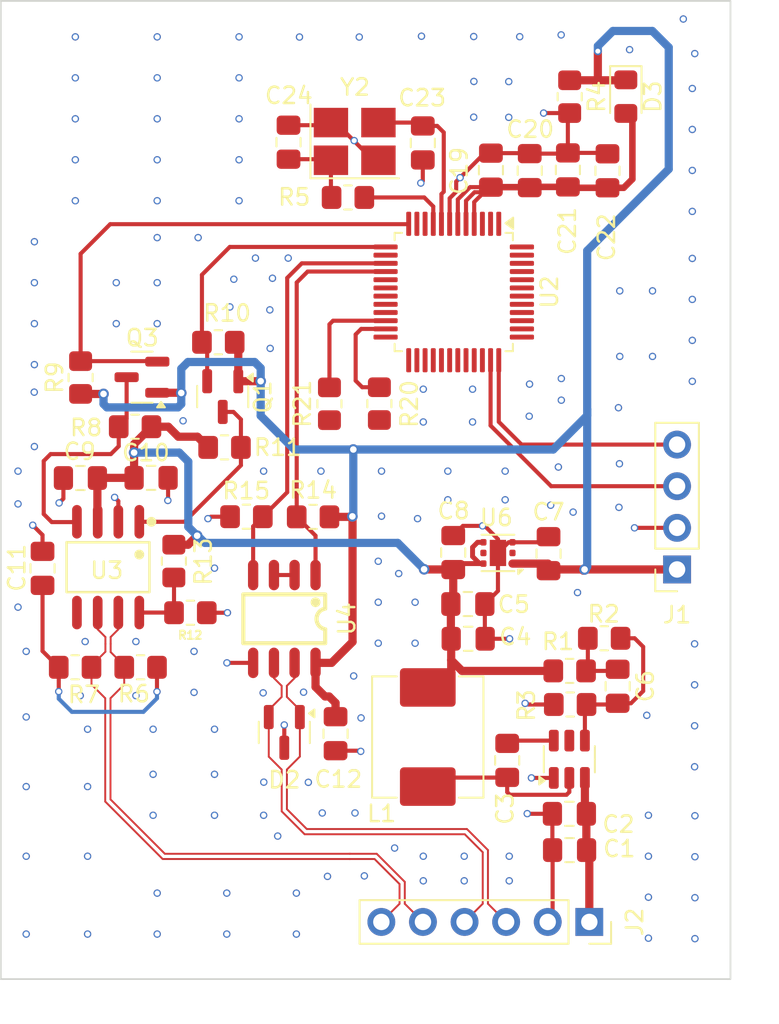
<source format=kicad_pcb>
(kicad_pcb (version 20240108) (generator "pcbnew") (generator_version "8.0")
  (title_block (title "PCB CANBUS CONVERTER") (date "2025-02-21"))
  (layers (0 "F.Cu" signal) (1 "In1.Cu" signal) (2 "In2.Cu" signal) (31 "B.Cu" signal) (34 "B.Paste" user) (35 "F.Paste" user) (36 "B.SilkS" user "B.Silkscreen") (37 "F.SilkS" user "F.Silkscreen") (38 "B.Mask" user) (39 "F.Mask" user) (44 "Edge.Cuts" user))
  (net 0 "")
  (net 1 "VIN")
  (net 2 "Net-(U1-BOOT)")
  (net 3 "Net-(U1-SW)")
  (net 4 "+5V")
  (net 5 "Net-(U1-FB)")
  (net 6 "Net-(C6-Pad1)")
  (net 7 "+3.3V")
  (net 8 "Net-(C11-Pad1)")
  (net 9 "/TX MCU")
  (net 10 "/TX CAN")
  (net 11 "/RX MCU")
  (net 12 "/RX CAN")
  (net 13 "Net-(U3-STB)")
  (net 14 "/RS485 RXD")
  (net 15 "/RS485 TXD")
  (net 16 "/I2C SDA")
  (net 17 "/I2C SCL")
  (net 19 "/ RS485 EN")
  (net 20 "/SWCLK")
  (net 21 "/SWDIO")
  (net 24 "GND")
  (net 25 "/RS485-")
  (net 26 "/RS485+")
  (net 27 "/CAN-")
  (net 28 "/CAN+")
  (net 30 "Net-(D3-A)")
  (net 31 "Net-(U2-PF0)")
  (net 32 "Net-(C24-Pad2)")
  (net 33 "Net-(U2-PF1)")
  (footprint "Capacitor_SMD:C_0805_2012Metric_Pad1.18x1.45mm_HandSolder" (layer "F.Cu") (at 92.1275 56.91)
    (property "Reference" "C10")
    (property "Value" "10µF")
  )
  (footprint "Resistor_SMD:R_0805_2012Metric_Pad1.20x1.40mm_HandSolder" (layer "F.Cu") (at 106.07 52.38 90)
    (property "Reference" "R20")
    (property "Value" "10K")
  )
  (footprint "Resistor_SMD:R_0805_2012Metric_Pad1.20x1.40mm_HandSolder" (layer "F.Cu") (at 97.95 59.28 180)
    (property "Reference" "R15")
    (property "Value" "10Ω")
  )
  (footprint "TPT485E-SO1R:SOP-8_L4.9-W3.9-P1.27-LS6.0-BL" (layer "F.Cu") (at 100.26 65.52 180)
    (property "Reference" "U4")
    (property "Value" "TPT485E-SO1R")
  )
  (footprint "TJA1044T:SOIC-8_L4.9-W3.9-P1.27-LS6.0-BL" (layer "F.Cu") (at 89.4975 62.36 180)
    (property "Reference" "U3")
    (property "Value" "TJA1044T/1Z")
  )
  (footprint "Resistor_SMD:R_0805_2012Metric_Pad1.20x1.40mm_HandSolder" (layer "F.Cu") (at 117.72 70.74 180)
    (property "Reference" "R3")
    (property "Value" "13.3KΩ")
  )
  (footprint "Capacitor_SMD:C_0805_2012Metric_Pad1.18x1.45mm_HandSolder" (layer "F.Cu") (at 113.875 74.15 -90)
    (property "Reference" "C3")
    (property "Value" "0.1µF")
  )
  (footprint "Resistor_SMD:R_0805_2012Metric_Pad1.20x1.40mm_HandSolder" (layer "F.Cu") (at 87.4875 68.47)
    (property "Reference" "R7")
    (property "Value" "60Ω")
  )
  (footprint "Capacitor_SMD:C_0805_2012Metric_Pad1.18x1.45mm_HandSolder" (layer "F.Cu") (at 117.6855 79.626 180)
    (property "Reference" "C1")
    (property "Value" "10µF")
  )
  (footprint "Resistor_SMD:R_0805_2012Metric_Pad1.20x1.40mm_HandSolder" (layer "F.Cu") (at 103.02 52.39 90)
    (property "Reference" "R21")
    (property "Value" "10K")
  )
  (footprint "Capacitor_SMD:C_0805_2012Metric_Pad1.18x1.45mm_HandSolder" (layer "F.Cu") (at 111.4725 64.61)
    (property "Reference" "C5")
    (property "Value" "22µF")
  )
  (footprint "Package_TO_SOT_SMD:SOT-23" (layer "F.Cu") (at 91.57 50.7675 180)
    (property "Reference" "Q3")
    (property "Value" "BSS138")
  )
  (footprint "Capacitor_SMD:C_0805_2012Metric_Pad1.18x1.45mm_HandSolder" (layer "F.Cu") (at 85.4975 62.4325 90)
    (property "Reference" "C11")
    (property "Value" "4.7nF")
  )
  (footprint "Capacitor_SMD:C_0805_2012Metric_Pad1.18x1.45mm_HandSolder" (layer "F.Cu") (at 120.62 69.6275 -90)
    (property "Reference" "C6")
    (property "Value" "75pF")
  )
  (footprint "LED_SMD:LED_0805_2012Metric_Pad1.15x1.40mm_HandSolder" (layer "F.Cu") (at 121.12 33.6475 -90)
    (property "Reference" "D3")
    (property "Value" "LED")
  )
  (footprint "Capacitor_SMD:C_0805_2012Metric_Pad1.18x1.45mm_HandSolder" (layer "F.Cu") (at 116.4 61.5375 -90)
    (property "Reference" "C7")
    (property "Value" "1µF")
  )
  (footprint "Resistor_SMD:R_0805_2012Metric_Pad1.20x1.40mm_HandSolder" (layer "F.Cu") (at 117.69 33.65 -90)
    (property "Reference" "R4")
    (property "Value" "220Ω")
  )
  (footprint "Resistor_SMD:R_0805_2012Metric_Pad1.20x1.40mm_HandSolder" (layer "F.Cu") (at 91.15 53.79 180)
    (property "Reference" "R8")
    (property "Value" "10K")
  )
  (footprint "Resistor_SMD:R_0805_2012Metric_Pad1.20x1.40mm_HandSolder" (layer "F.Cu") (at 117.69 68.69)
    (property "Reference" "R1")
    (property "Value" "49.9Ω")
  )
  (footprint "Capacitor_SMD:C_0805_2012Metric_Pad1.18x1.45mm_HandSolder" (layer "F.Cu") (at 108.72 36.4725 90)
    (property "Reference" "C23")
    (property "Value" "14pF")
  )
  (footprint "Capacitor_SMD:C_0805_2012Metric_Pad1.18x1.45mm_HandSolder" (layer "F.Cu") (at 100.52 36.4275 -90)
    (property "Reference" "C24")
    (property "Value" "14pF")
  )
  (footprint "Resistor_SMD:R_0805_2012Metric_Pad1.20x1.40mm_HandSolder" (layer "F.Cu") (at 91.4875 68.47)
    (property "Reference" "R6")
    (property "Value" "60Ω")
  )
  (footprint "Resistor_SMD:R_0805_2012Metric_Pad1.20x1.40mm_HandSolder" (layer "F.Cu") (at 96.2325 48.6375 180)
    (property "Reference" "R10")
    (property "Value" "10K")
  )
  (footprint "Package_TO_SOT_SMD:SOT-23-6" (layer "F.Cu") (at 117.67 74.0825 90)
    (property "Reference" "U1" (hide yes))
    (property "Value" "TPS54302")
  )
  (footprint "Connector_PinSocket_2.54mm:PinSocket_1x06_P2.54mm_Vertical" (layer "F.Cu") (at 118.89 84.01 -90)
    (property "Reference" "J2")
    (property "Value" "Conn_01x06_Pin")
  )
  (footprint "Capacitor_SMD:C_0805_2012Metric_Pad1.18x1.45mm_HandSolder" (layer "F.Cu") (at 117.58 38.1175 90)
    (property "Reference" "C21")
    (property "Value" "4.7µF")
  )
  (footprint "Resistor_SMD:R_0805_2012Metric_Pad1.20x1.40mm_HandSolder" (layer "F.Cu") (at 93.5175 61.99 -90)
    (property "Reference" "R13")
    (property "Value" "0")
  )
  (footprint "Capacitor_SMD:C_0805_2012Metric_Pad1.18x1.45mm_HandSolder" (layer "F.Cu") (at 110.58 61.47 90)
    (property "Reference" "C8")
    (property "Value" "1µF")
  )
  (footprint "Resistor_SMD:R_0805_2012Metric_Pad1.20x1.40mm_HandSolder" (layer "F.Cu") (at 96.6125 55.0525)
    (property "Reference" "R11")
    (property "Value" "10K")
  )
  (footprint "Resistor_SMD:R_0805_2012Metric_Pad1.20x1.40mm_HandSolder" (layer "F.Cu") (at 104.15 39.8)
    (property "Reference" "R5")
    (property "Value" "0Ω")
  )
  (footprint "Package_TO_SOT_SMD:SOT-23" (layer "F.Cu") (at 100.2625 72.445 -90)
    (property "Reference" "D2")
    (property "Value" "SM712_SOT23")
  )
  (footprint "Crystal:Crystal_SMD_3225-4Pin_3.2x2.5mm_HandSoldering" (layer "F.Cu") (at 104.56 36.38)
    (property "Reference" "Y2")
    (property "Value" "16MHz")
  )
  (footprint "Resistor_SMD:R_0805_2012Metric_Pad1.20x1.40mm_HandSolder" (layer "F.Cu") (at 87.8225 50.7875 90)
    (property "Reference" "R9")
    (property "Value" "10K")
  )
  (footprint "Capacitor_SMD:C_0805_2012Metric_Pad1.18x1.45mm_HandSolder" (layer "F.Cu") (at 103.3925 72.5225 90)
    (property "Reference" "C12")
    (property "Value" "0.1µF")
  )
  (footprint "Resistor_SMD:R_0805_2012Metric_Pad1.20x1.40mm_HandSolder" (layer "F.Cu") (at 94.5275 65.14 180)
    (property "Reference" "R12")
    (property "Value" "10K")
  )
  (footprint "Resistor_SMD:R_0805_2012Metric_Pad1.20x1.40mm_HandSolder" (layer "F.Cu") (at 119.8 66.7)
    (property "Reference" "R2")
    (property "Value" "100KΩ")
  )
  (footprint "Capacitor_SMD:C_0805_2012Metric_Pad1.18x1.45mm_HandSolder" (layer "F.Cu") (at 117.6725 77.41 180)
    (property "Reference" "C2")
    (property "Value" "0.1µF")
  )
  (footprint "Package_TO_SOT_SMD:SOT-23" (layer "F.Cu") (at 96.5025 51.95 -90)
    (property "Reference" "Q1")
    (property "Value" "BSS138")
  )
  (footprint "Inductor_SMD:L_Abracon_ASPI-0630LR" (layer "F.Cu") (at 109.025 72.725 90)
    (property "Reference" "L1")
    (property "Value" "10µH")
  )
  (footprint "Capacitor_SMD:C_0805_2012Metric_Pad1.18x1.45mm_HandSolder" (layer "F.Cu") (at 87.81 56.92 180)
    (property "Reference" "C9")
    (property "Value" "10µF")
  )
  (footprint "Capacitor_SMD:C_0805_2012Metric_Pad1.18x1.45mm_HandSolder" (layer "F.Cu") (at 111.4925 66.73)
    (property "Reference" "C4")
    (property "Value" "22µF")
  )
  (footprint "Capacitor_SMD:C_0805_2012Metric_Pad1.18x1.45mm_HandSolder" (layer "F.Cu") (at 115.25 38.1625 90)
    (property "Reference" "C20")
    (property "Value" "0.1µF")
  )
  (footprint "Capacitor_SMD:C_0805_2012Metric_Pad1.18x1.45mm_HandSolder" (layer "F.Cu") (at 112.88 38.1325 90)
    (property "Reference" "C19")
    (property "Value" "1µF")
  )
  (footprint "Resistor_SMD:R_0805_2012Metric_Pad1.20x1.40mm_HandSolder" (layer "F.Cu") (at 102.02 59.29 180)
    (property "Reference" "R14")
    (property "Value" "10Ω")
  )
  (footprint "Package_QFP:LQFP-48_7x7mm_P0.5mm" (layer "F.Cu") (at 110.61 45.57 -90)
    (property "Reference" "U2")
    (property "Value" "STM32G0B1CBTx")
  )
  (footprint "Connector_PinSocket_2.54mm:PinSocket_1x04_P2.54mm_Vertical" (layer "F.Cu") (at 124.25 62.5 180)
    (property "Reference" "J1")
    (property "Value" "Conn_01x04_Pin")
  )
  (footprint "Capacitor_SMD:C_0805_2012Metric_Pad1.18x1.45mm_HandSolder" (layer "F.Cu") (at 120 38.1725 90)
    (property "Reference" "C22")
    (property "Value" "0.1µF")
  )
  (footprint "Package_SON:WSON-6-1EP_2x2mm_P0.65mm_EP1x1.6mm" (layer "F.Cu") (at 113.31 61.4925 180)
    (property "Reference" "U6")
    (property "Value" "TLV75733PDRVR" (hide yes))
  )
  (gr_rect (start 82.95 27.8075) (end 127.51 87.4975) (stroke (width 0.1)) (fill none) (layer "Edge.Cuts"))
  (segment (start 118.89 79.793) (end 118.723 79.626) (width 0.5) (layer "F.Cu") (net 1))
  (segment (start 118.89 84.01) (end 118.89 79.793) (width 0.5) (layer "F.Cu") (net 1))
  (segment (start 118.71 79.613) (end 118.723 79.626) (width 0.5) (layer "F.Cu") (net 1))
  (segment (start 118.62 77.32) (end 118.71 77.41) (width 0.5) (layer "F.Cu") (net 1))
  (segment (start 118.71 77.41) (end 118.71 79.613) (width 0.5) (layer "F.Cu") (net 1))
  (segment (start 118.62 75.22) (end 118.62 77.32) (width 0.5) (layer "F.Cu") (net 1))
  (segment (start 116.72 72.945) (end 114.0425 72.945) (width 0.25) (layer "F.Cu") (net 2))
  (segment (start 114.0425 72.945) (end 113.875 73.1125) (width 0.25) (layer "F.Cu") (net 2))
  (segment (start 113.875 76.085) (end 114.04 76.25) (width 0.25) (layer "F.Cu") (net 3))
  (segment (start 117.67 76.08) (end 117.67 75.22) (width 0.25) (layer "F.Cu") (net 3))
  (segment (start 113.8625 75.2) (end 113.875 75.1875) (width 0.25) (layer "F.Cu") (net 3))
  (segment (start 109.49 75.7225) (end 110.0125 75.2) (width 0.25) (layer "F.Cu") (net 3))
  (segment (start 114.04 76.25) (end 117.5 76.25) (width 0.25) (layer "F.Cu") (net 3))
  (segment (start 110.0125 75.2) (end 113.8625 75.2) (width 0.25) (layer "F.Cu") (net 3))
  (segment (start 117.5 76.25) (end 117.67 76.08) (width 0.25) (layer "F.Cu") (net 3))
  (segment (start 113.875 75.1875) (end 113.875 76.085) (width 0.25) (layer "F.Cu") (net 3))
  (segment (start 93.18 53.79) (end 93.79 54.4) (width 0.5) (layer "F.Cu") (net 4))
  (segment (start 88.8475 59.57) (end 88.8675 59.59) (width 0.5) (layer "F.Cu") (net 4))
  (segment (start 91.09 55.37) (end 91.09 54.85) (width 0.5) (layer "F.Cu") (net 4))
  (segment (start 112.4225 60.8425) (end 112.0675 60.8425) (width 0.3) (layer "F.Cu") (net 4))
  (segment (start 93.5175 60.99) (end 94.39 60.99) (width 0.5) (layer "F.Cu") (net 4))
  (segment (start 110.58 62.5075) (end 110.5725 62.5) (width 0.3) (layer "F.Cu") (net 4))
  (segment (start 110.5725 62.5) (end 108.77 62.5) (width 0.5) (layer "F.Cu") (net 4))
  (segment (start 110.435 66.71) (end 110.455 66.73) (width 0.4) (layer "F.Cu") (net 4))
  (segment (start 94.39 60.99) (end 94.94 60.44) (width 0.5) (layer "F.Cu") (net 4))
  (segment (start 110.435 64.61) (end 110.435 66.71) (width 0.5) (layer "F.Cu") (net 4))
  (segment (start 112.0675 60.8425) (end 111.76 61.15) (width 0.3) (layer "F.Cu") (net 4))
  (segment (start 92.15 53.79) (end 93.18 53.79) (width 0.5) (layer "F.Cu") (net 4))
  (segment (start 110.455 68.0325) (end 110.455 68.7075) (width 0.5) (layer "F.Cu") (net 4))
  (segment (start 110.945 62.1425) (end 110.58 62.5075) (width 0.3) (layer "F.Cu") (net 4))
  (segment (start 91.09 56.91) (end 91.09 55.37) (width 0.5) (layer "F.Cu") (net 4))
  (segment (start 111.77 62.1425) (end 110.945 62.1425) (width 0.3) (layer "F.Cu") (net 4))
  (segment (start 110.455 68.0325) (end 111.1125 68.69) (width 0.5) (layer "F.Cu") (net 4))
  (segment (start 91.09 56.91) (end 88.8575 56.91) (width 0.5) (layer "F.Cu") (net 4))
  (segment (start 111.1125 68.69) (end 116.69 68.69) (width 0.5) (layer "F.Cu") (net 4))
  (segment (start 91.09 54.85) (end 92.15 53.79) (width 0.5) (layer "F.Cu") (net 4))
  (segment (start 111.76 61.71) (end 112.1925 62.1425) (width 0.3) (layer "F.Cu") (net 4))
  (segment (start 110.58 62.5075) (end 110.58 64.465) (width 0.5) (layer "F.Cu") (net 4))
  (segment (start 111.76 61.15) (end 111.76 61.71) (width 0.3) (layer "F.Cu") (net 4))
  (segment (start 88.8575 56.91) (end 88.8475 56.92) (width 0.5) (layer "F.Cu") (net 4))
  (segment (start 93.79 54.4) (end 94.96 54.4) (width 0.5) (layer "F.Cu") (net 4))
  (segment (start 110.455 68.7075) (end 109.49 69.6725) (width 0.5) (layer "F.Cu") (net 4))
  (segment (start 110.58 64.465) (end 110.435 64.61) (width 0.4) (layer "F.Cu") (net 4))
  (segment (start 88.8475 56.92) (end 88.8475 59.57) (width 0.5) (layer "F.Cu") (net 4))
  (segment (start 112.4225 62.1425) (end 111.77 62.1425) (width 0.3) (layer "F.Cu") (net 4))
  (segment (start 110.455 66.73) (end 110.455 68.0325) (width 0.5) (layer "F.Cu") (net 4))
  (segment (start 112.1925 62.1425) (end 112.4225 62.1425) (width 0.3) (layer "F.Cu") (net 4))
  (segment (start 94.96 54.4) (end 95.6125 55.0525) (width 0.5) (layer "F.Cu") (net 4))
  (via (at 94.94 60.44) (size 0.65) (drill 0.4) (layers "F.Cu" "B.Cu") (net 4))
  (via (at 108.8 62.49) (size 0.65) (drill 0.4) (layers "F.Cu" "B.Cu") (net 4))
  (via (at 91.09 55.37) (size 0.65) (drill 0.4) (layers "F.Cu" "B.Cu") (net 4))
  (segment (start 107.19 60.88) (end 108.8 62.49) (width 0.5) (layer "B.Cu") (net 4))
  (segment (start 93.85 55.37) (end 91.09 55.37) (width 0.5) (layer "B.Cu") (net 4))
  (segment (start 94.4 59.9) (end 94.4 55.92) (width 0.5) (layer "B.Cu") (net 4))
  (segment (start 94.97 60.44) (end 95.41 60.88) (width 0.5) (layer "B.Cu") (net 4))
  (segment (start 94.4 55.92) (end 93.85 55.37) (width 0.5) (layer "B.Cu") (net 4))
  (segment (start 95.41 60.88) (end 107.19 60.88) (width 0.5) (layer "B.Cu") (net 4))
  (segment (start 94.94 60.44) (end 94.4 59.9) (width 0.5) (layer "B.Cu") (net 4))
  (segment (start 94.94 60.44) (end 94.97 60.44) (width 0.5) (layer "B.Cu") (net 4))
  (segment (start 118.63 72.935) (end 118.62 72.945) (width 0.25) (layer "F.Cu") (net 5))
  (segment (start 121.435 70.665) (end 120.62 70.665) (width 0.25) (layer "F.Cu") (net 5))
  (segment (start 120.545 70.74) (end 120.62 70.665) (width 0.25) (layer "F.Cu") (net 5))
  (segment (start 118.62 72.945) (end 118.62 70.84) (width 0.25) (layer "F.Cu") (net 5))
  (segment (start 122.18 67.22) (end 122.18 69.92) (width 0.25) (layer "F.Cu") (net 5))
  (segment (start 118.72 70.74) (end 120.545 70.74) (width 0.25) (layer "F.Cu") (net 5))
  (segment (start 118.7 70.72) (end 118.72 70.74) (width 0.25) (layer "F.Cu") (net 5))
  (segment (start 121.66 66.7) (end 122.18 67.22) (width 0.25) (layer "F.Cu") (net 5))
  (segment (start 122.18 69.92) (end 121.435 70.665) (width 0.25) (layer "F.Cu") (net 5))
  (segment (start 118.62 70.84) (end 118.72 70.74) (width 0.25) (layer "F.Cu") (net 5))
  (segment (start 120.8 66.7) (end 121.66 66.7) (width 0.25) (layer "F.Cu") (net 5))
  (segment (start 118.8 68.58) (end 118.69 68.69) (width 0.25) (layer "F.Cu") (net 6))
  (segment (start 118.69 68.69) (end 120.52 68.69) (width 0.25) (layer "F.Cu") (net 6))
  (segment (start 120.52 68.69) (end 120.62 68.59) (width 0.25) (layer "F.Cu") (net 6))
  (segment (start 118.8 66.7) (end 118.8 68.58) (width 0.25) (layer "F.Cu") (net 6))
  (segment (start 116.8775 62.5) (end 116.8 62.5775) (width 0.5) (layer "F.Cu") (net 7))
  (segment (start 102.75 70.25) (end 103 70.25) (width 0.5) (layer "F.Cu") (net 7))
  (segment (start 116.365 62.1425) (end 114.1975 62.1425) (width 0.5) (layer "F.Cu") (net 7))
  (segment (start 104.43 59.27) (end 104.42 59.26) (width 0.5) (layer "F.Cu") (net 7))
  (segment (start 102.75 70.25) (end 102.17 69.67) (width 0.5) (layer "F.Cu") (net 7))
  (segment (start 116.8 62.5775) (end 116.365 62.1425) (width 0.5) (layer "F.Cu") (net 7))
  (segment (start 98.7975 51.0125) (end 98.8 51.01) (width 0.25) (layer "F.Cu") (net 7))
  (segment (start 102.17 69.67) (end 102.17 68.2) (width 0.5) (layer "F.Cu") (net 7))
  (segment (start 97.2325 48.6375) (end 97.4525 48.8575) (width 0.5) (layer "F.Cu") (net 7))
  (segment (start 97.4525 51.0125) (end 98.8175 51.0125) (width 0.5) (layer "F.Cu") (net 7))
  (segment (start 104.43 66.92) (end 104.43 59.27) (width 0.5) (layer "F.Cu") (net 7))
  (segment (start 119.41 32.65) (end 121.0925 32.65) (width 0.5) (layer "F.Cu") (net 7))
  (segment (start 93.9375 51.7175) (end 93.94 51.72) (width 0.4) (layer "F.Cu") (net 7))
  (segment (start 103.15 68.2) (end 104.43 66.92) (width 0.5) (layer "F.Cu") (net 7))
  (segment (start 119.41 32.65) (end 119.41 30.87) (width 0.5) (layer "F.Cu") (net 7))
  (segment (start 121.0925 32.65) (end 121.12 32.6225) (width 0.5) (layer "F.Cu") (net 7))
  (segment (start 87.48 51.79) (end 89.22 51.79) (width 0.5) (layer "F.Cu") (net 7))
  (segment (start 104.39 59.29) (end 103.02 59.29) (width 0.5) (layer "F.Cu") (net 7))
  (segment (start 118.6 62.5) (end 116.8775 62.5) (width 0.5) (layer "F.Cu") (net 7))
  (segment (start 102.17 68.2) (end 103.15 68.2) (width 0.5) (layer "F.Cu") (net 7))
  (segment (start 104.42 59.26) (end 104.39 59.29) (width 0.5) (layer "F.Cu") (net 7))
  (segment (start 92.5075 51.7175) (end 93.9375 51.7175) (width 0.5) (layer "F.Cu") (net 7))
  (segment (start 118.6 62.5) (end 124.25 62.5) (width 0.5) (layer "F.Cu") (net 7))
  (segment (start 117.69 32.65) (end 119.41 32.65) (width 0.5) (layer "F.Cu") (net 7))
  (segment (start 103.3925 70.6425) (end 103.3925 71.485) (width 0.5) (layer "F.Cu") (net 7))
  (segment (start 103 70.25) (end 103.3925 70.6425) (width 0.5) (layer "F.Cu") (net 7))
  (segment (start 97.4525 48.8575) (end 97.4525 51.0125) (width 0.5) (layer "F.Cu") (net 7))
  (segment (start 98.8175 51.0125) (end 98.82 51.01) (width 0.5) (layer "F.Cu") (net 7))
  (segment (start 118.5225 62.5775) (end 118.6 62.5) (width 0.5) (layer "F.Cu") (net 7))
  (via (at 104.42 59.26) (size 0.65) (drill 0.4) (layers "F.Cu" "B.Cu") (net 7))
  (via (at 119.41 30.87) (size 0.45) (drill 0.3) (layers "F.Cu" "B.Cu") (net 7))
  (via (at 104.4775 55.18) (size 0.65) (drill 0.4) (layers "F.Cu" "B.Cu") (net 7))
  (via (at 118.6 62.5) (size 0.65) (drill 0.4) (layers "F.Cu" "B.Cu") (net 7))
  (via (at 93.97 51.73) (size 0.65) (drill 0.4) (layers "F.Cu" "B.Cu") (net 7))
  (via (at 89.2225 51.7875) (size 0.65) (drill 0.4) (layers "F.Cu" "B.Cu") (net 7))
  (via (at 98.82 51.01) (size 0.65) (drill 0.4) (layers "F.Cu" "B.Cu") (net 7))
  (segment (start 122.74 29.64) (end 120.33 29.64) (width 0.5) (layer "B.Cu") (net 7))
  (segment (start 89.43 52.61) (end 93.77 52.61) (width 0.5) (layer "B.Cu") (net 7))
  (segment (start 116.69 55.18) (end 118.76 53.11) (width 0.5) (layer "B.Cu") (net 7))
  (segment (start 120.33 29.64) (end 119.41 30.56) (width 0.5) (layer "B.Cu") (net 7))
  (segment (start 93.97 50.25) (end 94.38 49.84) (width 0.5) (layer "B.Cu") (net 7))
  (segment (start 93.97 51.73) (end 93.97 50.25) (width 0.5) (layer "B.Cu") (net 7))
  (segment (start 118.6 62.5) (end 118.76 62.34) (width 0.5) (layer "B.Cu") (net 7))
  (segment (start 100.88 55.18) (end 104.4775 55.18) (width 0.5) (layer "B.Cu") (net 7))
  (segment (start 98.82 50.21) (end 98.82 51.01) (width 0.5) (layer "B.Cu") (net 7))
  (segment (start 104.4775 59.2025) (end 104.42 59.26) (width 0.5) (layer "B.Cu") (net 7))
  (segment (start 104.4775 55.18) (end 116.69 55.18) (width 0.5) (layer "B.Cu") (net 7))
  (segment (start 118.76 43.05) (end 123.74 38.07) (width 0.5) (layer "B.Cu") (net 7))
  (segment (start 104.4775 55.18) (end 104.4775 59.2025) (width 0.5) (layer "B.Cu") (net 7))
  (segment (start 123.74 30.64) (end 122.74 29.64) (width 0.5) (layer "B.Cu") (net 7))
  (segment (start 119.41 30.56) (end 119.41 30.87) (width 0.5) (layer "B.Cu") (net 7))
  (segment (start 89.2225 52.4025) (end 89.43 52.61) (width 0.5) (layer "B.Cu") (net 7))
  (segment (start 93.77 52.61) (end 93.97 52.41) (width 0.5) (layer "B.Cu") (net 7))
  (segment (start 123.74 38.07) (end 123.74 30.64) (width 0.5) (layer "B.Cu") (net 7))
  (segment (start 118.76 52.72) (end 118.76 43.05) (width 0.5) (layer "B.Cu") (net 7))
  (segment (start 93.97 52.41) (end 93.97 51.73) (width 0.5) (layer "B.Cu") (net 7))
  (segment (start 98.82 53.12) (end 100.88 55.18) (width 0.5) (layer "B.Cu") (net 7))
  (segment (start 89.2225 51.7875) (end 89.2225 52.4025) (width 0.5) (layer "B.Cu") (net 7))
  (segment (start 118.76 62.34) (end 118.76 52.72) (width 0.5) (layer "B.Cu") (net 7))
  (segment (start 98.82 51.01) (end 98.82 53.12) (width 0.5) (layer "B.Cu") (net 7))
  (segment (start 94.38 49.84) (end 98.45 49.84) (width 0.5) (layer "B.Cu") (net 7))
  (segment (start 118.76 53.11) (end 118.76 52.72) (width 0.5) (layer "B.Cu") (net 7))
  (segment (start 98.45 49.84) (end 98.82 50.21) (width 0.5) (layer "B.Cu") (net 7))
  (segment (start 85.4975 67.48) (end 85.4975 63.47) (width 0.25) (layer "F.Cu") (net 8))
  (segment (start 92.4875 68.47) (end 92.4875 69.96) (width 0.25) (layer "F.Cu") (net 8))
  (segment (start 86.4875 69.95) (end 86.4875 68.47) (width 0.25) (layer "F.Cu") (net 8))
  (segment (start 86.4875 68.47) (end 85.4975 67.48) (width 0.25) (layer "F.Cu") (net 8))
  (via (at 92.4875 69.96) (size 0.45) (drill 0.3) (layers "F.Cu" "B.Cu") (net 8))
  (via (at 86.4875 69.95) (size 0.45) (drill 0.3) (layers "F.Cu" "B.Cu") (net 8))
  (segment (start 91.66 71.19) (end 87.29 71.19) (width 0.25) (layer "B.Cu") (net 8))
  (segment (start 86.4875 70.3875) (end 86.4875 69.95) (width 0.25) (layer "B.Cu") (net 8))
  (segment (start 87.29 71.19) (end 86.4875 70.3875) (width 0.25) (layer "B.Cu") (net 8))
  (segment (start 92.4875 70.3625) (end 91.66 71.19) (width 0.25) (layer "B.Cu") (net 8))
  (segment (start 92.4875 69.96) (end 92.4875 70.3625) (width 0.25) (layer "B.Cu") (net 8))
  (segment (start 95.5525 51.0125) (end 95.5525 48.9575) (width 0.25) (layer "F.Cu") (net 9))
  (segment (start 95.5525 48.9575) (end 95.2325 48.6375) (width 0.25) (layer "F.Cu") (net 9))
  (segment (start 95.2325 48.6375) (end 95.2325 44.5175) (width 0.25) (layer "F.Cu") (net 9))
  (segment (start 96.93 42.82) (end 106.4475 42.82) (width 0.25) (layer "F.Cu") (net 9))
  (segment (start 95.2325 44.5175) (end 96.93 42.82) (width 0.25) (layer "F.Cu") (net 9))
  (segment (start 96.5025 52.8875) (end 97.1575 52.8875) (width 0.25) (layer "F.Cu") (net 10))
  (segment (start 97.6125 56.1475) (end 94.17 59.59) (width 0.25) (layer "F.Cu") (net 10))
  (segment (start 97.6125 55.0525) (end 97.6125 56.1475) (width 0.25) (layer "F.Cu") (net 10))
  (segment (start 97.6125 53.3425) (end 97.6125 55.0525) (width 0.25) (layer "F.Cu") (net 10))
  (segment (start 94.17 59.59) (end 91.4075 59.59) (width 0.25) (layer "F.Cu") (net 10))
  (segment (start 97.1575 52.8875) (end 97.6125 53.3425) (width 0.25) (layer "F.Cu") (net 10))
  (segment (start 92.4775 49.7875) (end 92.5075 49.8175) (width 0.25) (layer "F.Cu") (net 11))
  (segment (start 87.8225 49.7875) (end 92.4775 49.7875) (width 0.25) (layer "F.Cu") (net 11))
  (segment (start 87.8225 43.2375) (end 89.63 41.43) (width 0.25) (layer "F.Cu") (net 11))
  (segment (start 87.8225 49.7875) (end 87.8225 43.2375) (width 0.25) (layer "F.Cu") (net 11))
  (segment (start 89.63 41.43) (end 107.8375 41.43) (width 0.25) (layer "F.Cu") (net 11))
  (segment (start 107.8375 41.43) (end 107.86 41.4075) (width 0.25) (layer "F.Cu") (net 11))
  (segment (start 90.6325 53.3075) (end 90.15 53.79) (width 0.25) (layer "F.Cu") (net 12))
  (segment (start 85.99 55.46) (end 85.57 55.88) (width 0.25) (layer "F.Cu") (net 12))
  (segment (start 90.6325 50.7675) (end 90.6325 53.3075) (width 0.25) (layer "F.Cu") (net 12))
  (segment (start 90.15 54.98) (end 89.67 55.46) (width 0.25) (layer "F.Cu") (net 12))
  (segment (start 87.5775 59.61) (end 87.5975 59.59) (width 0.25) (layer "F.Cu") (net 12))
  (segment (start 90.15 53.79) (end 90.15 54.98) (width 0.25) (layer "F.Cu") (net 12))
  (segment (start 85.57 55.88) (end 85.57 59.12) (width 0.25) (layer "F.Cu") (net 12))
  (segment (start 85.57 59.12) (end 86.06 59.61) (width 0.25) (layer "F.Cu") (net 12))
  (segment (start 89.67 55.46) (end 85.99 55.46) (width 0.25) (layer "F.Cu") (net 12))
  (segment (start 86.06 59.61) (end 87.5775 59.61) (width 0.25) (layer "F.Cu") (net 12))
  (segment (start 91.4075 65.13) (end 93.5175 65.13) (width 0.25) (layer "F.Cu") (net 13))
  (segment (start 93.5275 65.14) (end 93.5275 63) (width 0.25) (layer "F.Cu") (net 13))
  (segment (start 93.5175 65.13) (end 93.5275 65.14) (width 0.25) (layer "F.Cu") (net 13))
  (segment (start 93.5275 63) (end 93.5175 62.99) (width 0.25) (layer "F.Cu") (net 13))
  (segment (start 102.17 60.44) (end 101.02 59.29) (width 0.25) (layer "F.Cu") (net 14))
  (segment (start 101.02 44.99) (end 101.69 44.32) (width 0.25) (layer "F.Cu") (net 14))
  (segment (start 101.69 44.32) (end 106.4475 44.32) (width 0.25) (layer "F.Cu") (net 14))
  (segment (start 102.17 62.84) (end 102.17 60.44) (width 0.25) (layer "F.Cu") (net 14))
  (segment (start 101.02 59.29) (end 101.02 44.99) (width 0.25) (layer "F.Cu") (net 14))
  (segment (start 98.36 59.87) (end 98.95 59.28) (width 0.25) (layer "F.Cu") (net 15))
  (segment (start 100.44 57.79) (end 100.44 44.71) (width 0.25) (layer "F.Cu") (net 15))
  (segment (start 98.36 62.84) (end 98.36 59.87) (width 0.25) (layer "F.Cu") (net 15))
  (segment (start 100.44 44.71) (end 101.33 43.82) (width 0.25) (layer "F.Cu") (net 15))
  (segment (start 98.95 59.28) (end 100.44 57.79) (width 0.25) (layer "F.Cu") (net 15))
  (segment (start 101.33 43.82) (end 106.4475 43.82) (width 0.25) (layer "F.Cu") (net 15))
  (segment (start 103.02 51.39) (end 103.02 47.54) (width 0.25) (layer "F.Cu") (net 16))
  (segment (start 103.02 47.54) (end 103.24 47.32) (width 0.25) (layer "F.Cu") (net 16))
  (segment (start 103.24 47.32) (end 106.4475 47.32) (width 0.25) (layer "F.Cu") (net 16))
  (segment (start 104.62 50.98) (end 104.62 48.16) (width 0.25) (layer "F.Cu") (net 17))
  (segment (start 105.02 51.38) (end 104.62 50.98) (width 0.25) (layer "F.Cu") (net 17))
  (segment (start 104.62 48.16) (end 104.96 47.82) (width 0.25) (layer "F.Cu") (net 17))
  (segment (start 104.96 47.82) (end 106.4475 47.82) (width 0.25) (layer "F.Cu") (net 17))
  (segment (start 106.07 51.38) (end 105.02 51.38) (width 0.25) (layer "F.Cu") (net 17))
  (segment (start 100.89 62.84) (end 99.63 62.84) (width 0.25) (layer "F.Cu") (net 19))
  (segment (start 113.36 53.49) (end 113.36 49.7325) (width 0.25) (layer "F.Cu") (net 20))
  (segment (start 124.25 54.88) (end 114.75 54.88) (width 0.25) (layer "F.Cu") (net 20))
  (segment (start 114.75 54.88) (end 113.36 53.49) (width 0.25) (layer "F.Cu") (net 20))
  (segment (start 116.56 57.42) (end 112.86 53.72) (width 0.25) (layer "F.Cu") (net 21))
  (segment (start 124.25 57.42) (end 116.56 57.42) (width 0.25) (layer "F.Cu") (net 21))
  (segment (start 112.86 53.72) (end 112.86 49.7325) (width 0.25) (layer "F.Cu") (net 21))
  (segment (start 95.5275 65.14) (end 96.79 65.14) (width 0.25) (layer "F.Cu") (net 24))
  (segment (start 100.2625 73.382501) (end 100.2625 72.1225) (width 0.25) (layer "F.Cu") (net 24))
  (segment (start 100.2625 72.1225) (end 100.19 72.05) (width 0.25) (layer "F.Cu") (net 24))
  (segment (start 115.11 77.41) (end 116.635 77.41) (width 0.25) (layer "F.Cu") (net 24))
  (segment (start 100.52 35.39) (end 102.95 35.39) (width 0.25) (layer "F.Cu") (net 24))
  (segment (start 108.72 37.51) (end 108.72 38.8) (width 0.25) (layer "F.Cu") (net 24))
  (segment (start 116.635 77.41) (end 116.635 79.613) (width 0.25) (layer "F.Cu") (net 24))
  (segment (start 115.04 70.74) (end 114.97 70.67) (width 0.25) (layer "F.Cu") (net 24))
  (segment (start 114.02 66.73) (end 112.53 66.73) (width 0.25) (layer "F.Cu") (net 24))
  (segment (start 108.72 38.8) (end 108.6 38.92) (width 0.25) (layer "F.Cu") (net 24))
  (segment (start 116.72 75.22) (end 115.355 75.22) (width 0.25) (layer "F.Cu") (net 24))
  (segment (start 110.76 39.45) (end 110.76 38.83) (width 0.25) (layer "F.Cu") (net 24))
  (segment (start 112.37 59.84) (end 111.1725 59.84) (width 0.25) (layer "F.Cu") (net 24))
  (segment (start 124.25 59.96) (end 121.65 59.96) (width 0.25) (layer "F.Cu") (net 24))
  (segment (start 116.72 70.74) (end 115.04 70.74) (width 0.25) (layer "F.Cu") (net 24))
  (segment (start 98.36 68.2) (end 96.76 68.2) (width 0.25) (layer "F.Cu") (net 24))
  (segment (start 116.1 34.65) (end 117.69 34.65) (width 0.25) (layer "F.Cu") (net 24))
  (segment (start 90.1275 59.59) (end 90.1275 58.3275) (width 0.25) (layer "F.Cu") (net 24))
  (segment (start 117.58 34.76) (end 117.69 34.65) (width 0.25) (layer "F.Cu") (net 24))
  (segment (start 113.96 60.8425) (end 113.31 61.4925) (width 0.25) (layer "F.Cu") (net 24))
  (segment (start 112.88 37.095) (end 112.495 37.095) (width 0.25) (layer "F.Cu") (net 24))
  (segment (start 113.31 60.65) (end 113.31 61.4925) (width 0.25) (layer "F.Cu") (net 24))
  (segment (start 115.1 77.4) (end 115.11 77.41) (width 0.25) (layer "F.Cu") (net 24))
  (segment (start 105.7 37.53) (end 106.01 37.53) (width 0.25) (layer "F.Cu") (net 24))
  (segment (start 103.4 35.23) (end 104.5 36.33) (width 0.25) (layer "F.Cu") (net 24))
  (segment (start 111.1725 59.84) (end 110.58 60.4325) (width 0.25) (layer "F.Cu") (net 24))
  (segment (start 86.7725 58.1775) (end 86.51 58.44) (width 0.25) (layer "F.Cu") (net 24))
  (segment (start 117.535 37.125) (end 117.58 37.08) (width 0.25) (layer "F.Cu") (net 24))
  (segment (start 95.78 59.28) (end 95.61 59.45) (width 0.25) (layer "F.Cu") (net 24))
  (segment (start 112.5 59.84) (end 113.31 60.65) (width 0.25) (layer "F.Cu") (net 24))
  (segment (start 112.51 66.71) (end 112.53 66.73) (width 0.25) (layer "F.Cu") (net 24))
  (segment (start 86.7725 56.92) (end 86.7725 58.1775) (width 0.25) (layer "F.Cu") (net 24))
  (segment (start 114.1975 60.8425) (end 113.96 60.8425) (width 0.25) (layer "F.Cu") (net 24))
  (segment (start 115.25 37.125) (end 117.535 37.125) (width 0.25) (layer "F.Cu") (net 24))
  (segment (start 112.495 37.095) (end 111 38.59) (width 0.25) (layer "F.Cu") (net 24))
  (segment (start 110.36 39.85) (end 110.76 39.45) (width 0.25) (layer "F.Cu") (net 24))
  (segment (start 113.31 63.81) (end 112.51 64.61) (width 0.25) (layer "F.Cu") (net 24))
  (segment (start 114.1975 60.8425) (end 116.46 60.8425) (width 0.25) (layer "F.Cu") (net 24))
  (segment (start 102.95 35.39) (end 103.11 35.23) (width 0.25) (layer "F.Cu") (net 24))
  (segment (start 116.635 79.613) (end 116.648 79.626) (width 0.25) (layer "F.Cu") (net 24))
  (segment (start 96.95 59.28) (end 95.78 59.28) (width 0.25) (layer "F.Cu") (net 24))
  (segment (start 110.36 41.4075) (end 110.36 39.85) (width 0.25) (layer "F.Cu") (net 24))
  (segment (start 113.31 61.4925) (end 113.31 63.81) (width 0.25) (layer "F.Cu") (net 24))
  (segment (start 116.648 79.626) (end 116.648 83.712) (width 0.25) (layer "F.Cu") (net 24))
  (segment (start 116.72 77.325) (end 116.635 77.41) (width 0.25) (layer "F.Cu") (net 24))
  (segment (start 116.46 60.8425) (end 116.8 60.5025) (width 0.25) (layer "F.Cu") (net 24))
  (segment (start 103.11 35.23) (end 103.4 35.23) (width 0.25) (layer "F.Cu") (net 24))
  (segment (start 93.165 58.275) (end 93.165 56.91) (width 0.25) (layer "F.Cu") (net 24))
  (segment (start 110.76 38.83) (end 111 38.59) (width 0.25) (layer "F.Cu") (net 24))
  (segment (start 116.648 83.712) (end 116.35 84.01) (width 0.25) (layer "F.Cu") (net 24))
  (segment (start 85.4975 61.395) (end 85.4975 60.3975) (width 0.25) (layer "F.Cu") (net 24))
  (segment (start 112.37 59.84) (end 112.5 59.84) (width 0.25) (layer "F.Cu") (net 24))
  (segment (start 112.51 64.61) (end 112.51 66.71) (width 0.25) (layer "F.Cu") (net 24))
  (segment (start 103.3925 73.56) (end 104.89 73.56) (width 0.25) (layer "F.Cu") (net 24))
  (segment (start 117.58 37.08) (end 117.58 34.76) (width 0.25) (layer "F.Cu") (net 24))
  (segment (start 117.58 37.08) (end 119.945 37.08) (width 0.25) (layer "F.Cu") (net 24))
  (segment (start 90.1275 58.3275) (end 89.9 58.1) (width 0.25) (layer "F.Cu") (net 24))
  (segment (start 104.89 73.56) (end 104.93 73.6) (width 0.25) (layer "F.Cu") (net 24))
  (segment (start 104.53 36.36) (end 105.7 37.53) (width 0.25) (layer "F.Cu") (net 24))
  (segment (start 85.4975 60.3975) (end 84.9 59.8) (width 0.25) (layer "F.Cu") (net 24))
  (segment (start 119.945 37.08) (end 120 37.135) (width 0.25) (layer "F.Cu") (net 24))
  (segment (start 104.53 36.33) (end 104.53 36.36) (width 0.25) (layer "F.Cu") (net 24))
  (segment (start 104.5 36.33) (end 104.53 36.33) (width 0.25) (layer "F.Cu") (net 24))
  (segment (start 115.22 37.095) (end 115.25 37.125) (width 0.25) (layer "F.Cu") (net 24))
  (segment (start 112.88 37.095) (end 115.22 37.095) (width 0.25) (layer "F.Cu") (net 24))
  (via (at 125.18 43.52) (size 0.45) (drill 0.3) (layers "F.Cu" "B.Cu") (net 24))
  (via (at 96.79 65.14) (size 0.45) (drill 0.3) (layers "F.Cu" "B.Cu") (net 24))
  (via (at 116.53 58.58) (size 0.45) (drill 0.3) (layers "F.Cu" "B.Cu") (net 24))
  (via (at 120.7 58.71) (size 0.45) (drill 0.3) (layers "F.Cu" "B.Cu") (net 24))
  (via (at 98.97 70.03) (size 0.45) (drill 0.3) (layers "F.Cu" "B.Cu") (net 24))
  (via (at 104.5 69) (size 0.45) (drill 0.3) (layers "F.Cu" "B.Cu") (net 24))
  (via (at 100.5 43.5) (size 0.45) (drill 0.3) (layers "F.Cu" "B.Cu") (net 24))
  (via (at 106 67) (size 0.45) (drill 0.3) (layers "F.Cu" "B.Cu") (net 24))
  (via (at 122.75 45.5) (size 0.45) (drill 0.3) (layers "F.Cu" "B.Cu") (net 24))
  (via (at 117 56.25) (size 0.45) (drill 0.3) (layers "F.Cu" "B.Cu") (net 24))
  (via (at 97.5 32.5) (size 0.45) (drill 0.3) (layers "F.Cu" "B.Cu") (net 24))
  (via (at 88.25 80) (size 0.45) (drill 0.3) (layers "F.Cu" "B.Cu") (net 24))
  (via (at 87.5 35) (size 0.45) (drill 0.3) (layers "F.Cu" "B.Cu") (net 24))
  (via (at 108.75 81.5) (size 0.45) (drill 0.3) (layers "F.Cu" "B.Cu") (net 24))
  (via (at 111.76 51.5) (size 0.45) (drill 0.3) (layers "F.Cu" "B.Cu") (net 24))
  (via (at 122.5 80) (size 0.45) (drill 0.3) (layers "F.Cu" "B.Cu") (net 24))
  (via (at 88.25 75.75) (size 0.45) (drill 0.3) (layers "F.Cu" "B.Cu") (net 24))
  (via (at 108.75 53.5) (size 0.45) (drill 0.3) (layers "F.Cu" "B.Cu") (net 24))
  (via (at 90 45) (size 0.45) (drill 0.3) (layers "F.Cu" "B.Cu") (net 24))
  (via (at 114.64 29.99) (size 0.45) (drill 0.3) (layers "F.Cu" "B.Cu") (net 24))
  (via (at 114 80) (size 0.45) (drill 0.3) (layers "F.Cu" "B.Cu") (net 24))
  (via (at 107 79.5) (size 0.45) (drill 0.3) (layers "F.Cu" "B.Cu") (net 24))
  (via (at 108.4 59.4) (size 0.45) (drill 0.3) (layers "F.Cu" "B.Cu") (net 24))
  (via (at 107.25 62.75) (size 0.45) (drill 0.3) (layers "F.Cu" "B.Cu") (net 24))
  (via (at 92.5 42.25) (size 0.45) (drill 0.3) (layers "F.Cu" "B.Cu") (net 24))
  (via (at 125.18 33.15) (size 0.45) (drill 0.3) (layers "F.Cu" "B.Cu") (net 24))
  (via (at 92.5 82.25) (size 0.45) (drill 0.3) (layers "F.Cu" "B.Cu") (net 24))
  (via (at 91.2 70.2) (size 0.45) (drill 0.3) (layers "F.Cu" "B.Cu") (net 24))
  (via (at 120.67 52.63) (size 0.45) (drill 0.3) (layers "F.Cu" "B.Cu") (net 24))
  (via (at 122.5 77.5) (size 0.45) (drill 0.3) (layers "F.Cu" "B.Cu") (net 24))
  (via (at 96.75 82.25) (size 0.45) (drill 0.3) (layers "F.Cu" "B.Cu") (net 24))
  (via (at 97.5 30) (size 0.45) (drill 0.3) (layers "F.Cu" "B.Cu") (net 24))
  (via (at 122.4 71.4) (size 0.45) (drill 0.3) (layers "F.Cu" "B.Cu") (net 24))
  (via (at 85 45) (size 0.45) (drill 0.3) (layers "F.Cu" "B.Cu") (net 24))
  (via (at 98.5 43.5) (size 0.45) (drill 0.3) (layers "F.Cu" "B.Cu") (net 24))
  (via (at 87.5 32.5) (size 0.45) (drill 0.3) (layers "F.Cu" "B.Cu") (net 24))
  (via (at 104.95 71.56) (size 0.45) (drill 0.3) (layers "F.Cu" "B.Cu") (net 24))
  (via (at 113.75 56.5) (size 0.45) (drill 0.3) (layers "F.Cu" "B.Cu") (net 24))
  (via (at 108.64 29.96) (size 0.45) (drill 0.3) (layers "F.Cu" "B.Cu") (net 24))
  (via (at 120.75 49.5) (size 0.45) (drill 0.3) (layers "F.Cu" "B.Cu") (net 24))
  (via (at 87.5 40) (size 0.45) (drill 0.3) (layers "F.Cu" "B.Cu") (net 24))
  (via (at 117.9 59) (size 0.45) (drill 0.3) (layers "F.Cu" "B.Cu") (net 24))
  (via (at 92.5 84.75) (size 0.45) (drill 0.3) (layers "F.Cu" "B.Cu") (net 24))
  (via (at 125.33 31.02) (size 0.45) (drill 0.3) (layers "F.Cu" "B.Cu") (net 24))
  (via (at 120.73 56.05) (size 0.45) (drill 0.3) (layers "F.Cu" "B.Cu") (net 24))
  (via (at 84.5 84.75) (size 0.45) (drill 0.3) (layers "F.Cu" "B.Cu") (net 24))
  (via (at 96.94 46.48) (size 0.45) (drill 0.3) (layers "F.Cu" "B.Cu") (net 24))
  (via (at 104.93 73.6) (size 0.45) (drill 0.3) (layers "F.Cu" "B.Cu") (net 24))
  (via (at 108.25 67) (size 0.45) (drill 0.3) (layers "F.Cu" "B.Cu") (net 24))
  (via (at 100.26 71.99) (size 0.45) (drill 0.3) (layers "F.Cu" "B.Cu") (net 24))
  (via (at 115.1 77.4) (size 0.45) (drill 0.3) (layers "F.Cu" "B.Cu") (net 24))
  (via (at 118.17 63.91) (size 0.45) (drill 0.3) (layers "F.Cu" "B.Cu") (net 24))
  (via (at 108.6 38.92) (size 0.45) (drill 0.3) (layers "F.Cu" "B.Cu") (net 24))
  (via (at 92.5 35) (size 0.45) (drill 0.3) (layers "F.Cu" "B.Cu") (net 24))
  (via (at 84.5 75.75) (size 0.45) (drill 0.3) (layers "F.Cu" "B.Cu") (net 24))
  (via (at 95.6 59.4) (size 0.45) (drill 0.3) (layers "F.Cu" "B.Cu") (net 24))
  (via (at 117.18 52.17) (size 0.45) (drill 0.3) (layers "F.Cu" "B.Cu") (net 24))
  (via (at 88.25 84.75) (size 0.45) (drill 0.3) (layers "F.Cu" "B.Cu") (net 24))
  (via (at 97.5 37.5) (size 0.45) (drill 0.3) (layers "F.Cu" "B.Cu") (net 24))
  (via (at 110.25 58.25) (size 0.45) (drill 0.3) (layers "F.Cu" "B.Cu") (net 24))
  (via (at 97.5 35) (size 0.45) (drill 0.3) (layers "F.Cu" "B.Cu") (net 24))
  (via (at 114 81.5) (size 0.45) (drill 0.3) (layers "F.Cu" "B.Cu") (net 24))
  (via (at 84.5 71.5) (size 0.45) (drill 0.3) (layers "F.Cu" "B.Cu") (net 24))
  (via (at 101 84.75) (size 0.45) (drill 0.3) (layers "F.Cu" "B.Cu") (net 24))
  (via (at 111 38.59) (size 0.45) (drill 0.3) (layers "F.Cu" "B.Cu") (net 24))
  (via (at 111.25 81.5) (size 0.45) (drill 0.3) (layers "F.Cu" "B.Cu") (net 24))
  (via (at 96 62.42) (size 0.45) (drill 0.3) (layers "F.Cu" "B.Cu") (net 24))
  (via (at 99.54 44.73) (size 0.45) (drill 0.3) (layers "F.Cu" "B.Cu") (net 24))
  (via (at 121.65 59.96) (size 0.45) (drill 0.3) (layers "F.Cu" "B.Cu") (net 24))
  (via (at 84 64.8) (size 0.45) (drill 0.3) (layers "F.Cu" "B.Cu") (net 24))
  (via (at 125.18 38.15) (size 0.45) (drill 0.3) (layers "F.Cu" "B.Cu") (net 24))
  (via (at 116.1 34.65) (size 0.45) (drill 0.3) (layers "F.Cu" "B.Cu") (net 24))
  (via (at 106.2 59.25) (size 0.45) (drill 0.3) (layers "F.Cu" "B.Cu") (net 24))
  (via (at 87.5 37.5) (size 0.45) (drill 0.3) (layers "F.Cu" "B.Cu") (net 24))
  (via (at 125.34 82.53) (size 0.45) (drill 0.3) (layers "F.Cu" "B.Cu") (net 24))
  (via (at 120.75 45.5) (size 0.45) (drill 0.3) (layers "F.Cu" "B.Cu") (net 24))
  (via (at 91.2 66.9) (size 0.45) (drill 0.3) (layers "F.Cu" "B.Cu") (net 24))
  (via (at 96.76 68.2) (size 0.45) (drill 0.3) (layers "F.Cu" "B.Cu") (net 24))
  (via (at 104.58 77.36) (size 0.45) (drill 0.3) (layers "F.Cu" "B.Cu") (net 24))
  (via (at 92.5 30) (size 0.45) (drill 0.3) (layers "F.Cu" "B.Cu") (net 24))
  (via (at 115.22 53.15) (size 0.45) (drill 0.3) (layers "F.Cu" "B.Cu") (net 24))
  (via (at 125.32 69.54) (size 0.45) (drill 0.3) (layers "F.Cu" "B.Cu") (net 24))
  (via (at 102.58 77.36) (size 0.45) (drill 0.3) (layers "F.Cu" "B.Cu") (net 24))
  (via (at 94.75 70) (size 0.45) (drill 0.3) (layers "F.Cu" "B.Cu") (net 24))
  (via (at 114.97 70.67) (size 0.45) (drill 0.3) (layers "F.Cu" "B.Cu") (net 24))
  (via (at 125.18 48.52) (size 0.45) (drill 0.3) (layers "F.Cu" "B.Cu") (net 24))
  (via (at 84 58.5) (size 0.45) (drill 0.3) (layers "F.Cu" "B.Cu") (net 24))
  (via (at 92.25 77.5) (size 0.45) (drill 0.3) (layers "F.Cu" "B.Cu") (net 24))
  (via (at 125.18 35.65) (size 0.45) (drill 0.3) (layers "F.Cu" "B.Cu") (net 24))
  (via (at 125.34 80.03) (size 0.45) (drill 0.3) (layers "F.Cu" "B.Cu") (net 24))
  (via (at 85 55) (size 0.45) (drill 0.3) (layers "F.Cu" "B.Cu") (net 24))
  (via (at 125.18 40.65) (size 0.45) (drill 0.3) (layers "F.Cu" "B.Cu") (net 24))
  (via (at 87.5 30) (size 0.45) (drill 0.3) (layers "F.Cu" "B.Cu") (net 24))
  (via (at 111.76 53.5) (size 0.45) (drill 0.3) (layers "F.Cu" "B.Cu") (net 24))
  (via (at 110.25 56.5) (size 0.45) (drill 0.3) (layers "F.Cu" "B.Cu") (net 24))
  (via (at 104.53 36.33) (size 0.45) (drill 0.3) (layers "F.Cu" "B.Cu") (net 24))
  (via (at 106 64.5) (size 0.45) (drill 0.3) (layers "F.Cu" "B.Cu") (net 24))
  (via (at 101.44 69.99) (size 0.45) (drill 0.3) (layers "F.Cu" "B.Cu") (net 24))
  (via (at 117.17 29.88) (size 0.45) (drill 0.3) (layers "F.Cu" "B.Cu") (net 24))
  (via (at 106.2 56.5) (size 0.45) (drill 0.3) (layers "F.Cu" "B.Cu") (net 24))
  (via (at 112.37 59.84) (size 0.45) (drill 0.3) (layers "F.Cu" "B.Cu") (net 24))
  (via (at 125.32 72.04) (size 0.45) (drill 0.3) (layers "F.Cu" "B.Cu") (net 24))
  (via (at 111.83 29.98) (size 0.45) (drill 0.3) (layers "F.Cu" "B.Cu") (net 24))
  (via (at 95 42.25) (size 0.45) (drill 0.3) (layers "F.Cu" "B.Cu") (net 24))
  (via (at 125.34 85.03) (size 0.45) (drill 0.3) (layers "F.Cu" "B.Cu") (net 24))
  (via (at 104.84 30.01) (size 0.45) (drill 0.3) (layers "F.Cu" "B.Cu") (net 24))
  (via (at 114.02 66.73) (size 0.45) (drill 0.3) (layers "F.Cu" "B.Cu") (net 24))
  (via (at 96 72.25) (size 0.45) (drill 0.3) (layers "F.Cu" "B.Cu") (net 24))
  (via (at 99.38 46.66) (size 0.45) (drill 0.3) (layers "F.Cu" "B.Cu") (net 24))
  (via (at 84.9 59.8) (size 0.45) (drill 0.3) (layers "F.Cu" "B.Cu") (net 24))
  (via (at 92.5 45) (size 0.45) (drill 0.3) (layers "F.Cu" "B.Cu") (net 24))
  (via (at 88.25 72.25) (size 0.45) (drill 0.3) (layers "F.Cu" "B.Cu") (net 24))
  (via (at 94.75 67.5) (size 0.45) (drill 0.3) (layers "F.Cu" "B.Cu") (net 24))
  (via (at 122.5 85) (size 0.45) (drill 0.3) (layers "F.Cu" "B.Cu") (net 24))
  (via (at 125.34 77.53) (size 0.45) (drill 0.3) (layers "F.Cu" "B.Cu") (net 24))
  (via (at 87.8 70.2) (size 0.45) (drill 0.3) (layers "F.Cu" "B.Cu") (net 24))
  (via (at 102.9 81.23) (size 0.45) (drill 0.3) (layers "F.Cu" "B.Cu") (net 24))
  (via (at 125.32 67.04) (size 0.45) (drill 0.3) (layers "F.Cu" "B.Cu") (net 24))
  (via (at 88.1 66.9) (size 0.45) (drill 0.3) (layers "F.Cu" "B.Cu") (net 24))
  (via (at 84.5 67.5) (size 0.45) (drill 0.3) (layers "F.Cu" "B.Cu") (net 24))
  (via (at 96 77.5) (size 0.45) (drill 0.3) (layers "F.Cu" "B.Cu") (net 24))
  (via (at 94.08 53.43) (size 0.45) (drill 0.3) (layers "F.Cu" "B.Cu") (net 24))
  (via (at 92.5 32.5) (size 0.45) (drill 0.3) (layers "F.Cu" "B.Cu") (net 24))
  (via (at 85 42.5) (size 0.45) (drill 0.3) (layers "F.Cu" "B.Cu") (net 24))
  (via (at 125.18 46.02) (size 0.45) (drill 0.3) (layers "F.Cu" "B.Cu") (net 24))
  (via (at 84.5 80) (size 0.45) (drill 0.3) (layers "F.Cu" "B.Cu") (net 24))
  (via (at 99 56.5) (size 0.45) (drill 0.3) (layers "F.Cu" "B.Cu") (net 24))
  (via (at 108.25 64.5) (size 0.45) (drill 0.3) (layers "F.Cu" "B.Cu") (net 24))
  (via (at 125.32 74.54) (size 0.45) (drill 0.3) (layers "F.Cu" "B.Cu") (net 24))
  (via (at 96 75) (size 0.45) (drill 0.3) (layers "F.Cu" "B.Cu") (net 24))
  (via (at 99.4 49.01) (size 0.45) (drill 0.3) (layers "F.Cu" "B.Cu") (net 24))
  (via (at 124.63 28.91) (size 0.45) (drill 0.3) (layers "F.Cu" "B.Cu") (net 24))
  (via (at 125.18 51.02) (size 0.45) (drill 0.3) (layers "F.Cu" "B.Cu") (net 24))
  (via (at 105.15 81.2) (size 0.45) (drill 0.3) (layers "F.Cu" "B.Cu") (net 24))
  (via (at 92.25 72.25) (size 0.45) (drill 0.3) (layers "F.Cu" "B.Cu") (net 24))
  (via (at 99 77.5) (size 0.45) (drill 0.3) (layers "F.Cu" "B.Cu") (net 24))
  (via (at 92.5 40) (size 0.45) (drill 0.3) (layers "F.Cu" "B.Cu") (net 24))
  (via (at 92.5 47.5) (size 0.45) (drill 0.3) (layers "F.Cu" "B.Cu") (net 24))
  (via (at 117.18 50.85) (size 0.45) (drill 0.3) (layers "F.Cu" "B.Cu") (net 24))
  (via (at 85 50) (size 0.45) (drill 0.3) (layers "F.Cu" "B.Cu") (net 24))
  (via (at 111.25 80) (size 0.45) (drill 0.3) (layers "F.Cu" "B.Cu") (net 24))
  (via (at 113.97 34.91) (size 0.45) (drill 0.3) (layers "F.Cu" "B.Cu") (net 24))
  (via (at 102.5 56.5) (size 0.45) (drill 0.3) (layers "F.Cu" "B.Cu") (net 24))
  (via (at 111.84 32.72) (size 0.45) (drill 0.3) (layers "F.Cu" "B.Cu") (net 24))
  (via (at 99.01 75.48) (size 0.45) (drill 0.3) (layers "F.Cu" "B.Cu") (net 24))
  (via (at 122.5 82.5) (size 0.45) (drill 0.3) (layers "F.Cu" "B.Cu") (net 24))
  (via (at 106 62) (size 0.45) (drill 0.3) (layers "F.Cu" "B.Cu") (net 24))
  (via (at 90 47.5) (size 0.45) (drill 0.3) (layers "F.Cu" "B.Cu") (net 24))
  (via (at 92.25 75) (size 0.45) (drill 0.3) (layers "F.Cu" "B.Cu") (net 24))
  (via (at 111.83 34.9) (size 0.45) (drill 0.3) (layers "F.Cu" "B.Cu") (net 24))
  (via (at 101.73 75.49) (size 0.45) (drill 0.3) (layers "F.Cu" "B.Cu") (net 24))
  (via (at 84.99 51.68) (size 0.45) (drill 0.3) (layers "F.Cu" "B.Cu") (net 24))
  (via (at 108.75 51.5) (size 0.45) (drill 0.3) (layers "F.Cu" "B.Cu") (net 24))
  (via (at 115.355 75.22) (size 0.45) (drill 0.3) (layers "F.Cu" "B.Cu") (net 24))
  (via (at 89.9 58.1) (size 0.45) (drill 0.3) (layers "F.Cu" "B.Cu") (net 24))
  (via (at 84 56.5) (size 0.45) (drill 0.3) (layers "F.Cu" "B.Cu") (net 24))
  (via (at 86.51 58.44) (size 0.45) (drill 0.3) (layers "F.Cu" "B.Cu") (net 24))
  (via (at 115.24 51.19) (size 0.45) (drill 0.3) (layers "F.Cu" "B.Cu") (net 24))
  (via (at 101.19 30.01) (size 0.45) (drill 0.3) (layers "F.Cu" "B.Cu") (net 24))
  (via (at 99.86 78.77) (size 0.45) (drill 0.3) (layers "F.Cu" "B.Cu") (net 24))
  (via (at 108.75 80) (size 0.45) (drill 0.3) (layers "F.Cu" "B.Cu") (net 24))
  (via (at 97.5 40) (size 0.45) (drill 0.3) (layers "F.Cu" "B.Cu") (net 24))
  (via (at 97.18 44.79) (size 0.45) (drill 0.3) (layers "F.Cu" "B.Cu") (net 24))
  (via (at 93.15 58.29) (size 0.45) (drill 0.3) (layers "F.Cu" "B.Cu") (net 24))
  (via (at 113.97 32.73) (size 0.45) (drill 0.3) (layers "F.Cu" "B.Cu") (net 24))
  (via (at 92.5 37.5) (size 0.45) (drill 0.3) (layers "F.Cu" "B.Cu") (net 24))
  (via (at 85 47.5) (size 0.45) (drill 0.3) (layers "F.Cu" "B.Cu") (net 24))
  (via (at 96.75 84.75) (size 0.45) (drill 0.3) (layers "F.Cu" "B.Cu") (net 24))
  (via (at 122.75 49.5) (size 0.45) (drill 0.3) (layers "F.Cu" "B.Cu") (net 24))
  (via (at 101 82.25) (size 0.45) (drill 0.3) (layers "F.Cu" "B.Cu") (net 24))
  (via (at 113.75 58.25) (size 0.45) (drill 0.3) (layers "F.Cu" "B.Cu") (net 24))
  (via (at 121.35 30.78) (size 0.45) (drill 0.3) (layers "F.Cu" "B.Cu") (net 24))
  (segment (start 101.2125 71.07) (end 101.2125 71.5075) (width 0.1168) (layer "F.Cu") (net 25))
  (segment (start 112.700001 82.900001) (end 112.700001 79.623725) (width 0.1168) (layer "F.Cu") (net 25))
  (segment (start 101.2125 73.9175) (end 101.2125 71.5075) (width 0.1168) (layer "F.Cu") (net 25))
  (segment (start 100.42 70.2775) (end 101.2125 71.07) (width 0.1168) (layer "F.Cu") (net 25))
  (segment (start 100.4225 77.126224) (end 100.4225 74.7075) (width 0.1168) (layer "F.Cu") (net 25))
  (segment (start 113.81 84.01) (end 112.700001 82.900001) (width 0.1168) (layer "F.Cu") (net 25))
  (segment (start 100.42 69.6) (end 100.42 70.2775) (width 0.1168) (layer "F.Cu") (net 25))
  (segment (start 112.700001 79.623725) (end 111.416276 78.34) (width 0.1168) (layer "F.Cu") (net 25))
  (segment (start 101.636276 78.34) (end 100.4225 77.126224) (width 0.1168) (layer "F.Cu") (net 25))
  (segment (start 100.4225 74.7075) (end 101.2125 73.9175) (width 0.1168) (layer "F.Cu") (net 25))
  (segment (start 100.89 68.2) (end 100.89 69.13) (width 0.1168) (layer "F.Cu") (net 25))
  (segment (start 100.89 69.13) (end 100.42 69.6) (width 0.1168) (layer "F.Cu") (net 25))
  (segment (start 111.416276 78.34) (end 101.636276 78.34) (width 0.1168) (layer "F.Cu") (net 25))
  (segment (start 112.379999 82.900001) (end 112.379999 79.756275) (width 0.1168) (layer "F.Cu") (net 26))
  (segment (start 111.283724 78.66) (end 101.503724 78.66) (width 0.1168) (layer "F.Cu") (net 26))
  (segment (start 99.63 69.13) (end 100.1 69.6) (width 0.1168) (layer "F.Cu") (net 26))
  (segment (start 99.63 68.2) (end 99.63 69.13) (width 0.1168) (layer "F.Cu") (net 26))
  (segment (start 100.1 70.2825) (end 99.3125 71.07) (width 0.1168) (layer "F.Cu") (net 26))
  (segment (start 112.379999 79.756275) (end 111.283724 78.66) (width 0.1168) (layer "F.Cu") (net 26))
  (segment (start 100.1 69.6) (end 100.1 70.2825) (width 0.1168) (layer "F.Cu") (net 26))
  (segment (start 100.1025 74.7125) (end 99.3125 73.9225) (width 0.1168) (layer "F.Cu") (net 26))
  (segment (start 111.27 84.01) (end 112.379999 82.900001) (width 0.1168) (layer "F.Cu") (net 26))
  (segment (start 101.503724 78.66) (end 100.1025 77.258776) (width 0.1168) (layer "F.Cu") (net 26))
  (segment (start 100.1025 77.258776) (end 100.1025 74.7125) (width 0.1168) (layer "F.Cu") (net 26))
  (segment (start 99.3125 73.9225) (end 99.3125 71.5075) (width 0.1168) (layer "F.Cu") (net 26))
  (segment (start 99.3125 71.07) (end 99.3125 71.5075) (width 0.1168) (layer "F.Cu") (net 26))
  (segment (start 106.19 84.01) (end 107.299999 82.900001) (width 0.1168) (layer "F.Cu") (net 27))
  (segment (start 89.3375 67.52) (end 89.3375 67.04) (width 0.1168) (layer "F.Cu") (net 27))
  (segment (start 88.4875 69.520001) (end 89.3275 70.360001) (width 0.1168) (layer "F.Cu") (net 27))
  (segment (start 107.299999 81.696275) (end 105.773724 80.17) (width 0.1168) (layer "F.Cu") (net 27))
  (segment (start 88.4875 68.37) (end 89.3375 67.52) (width 0.1168) (layer "F.Cu") (net 27))
  (segment (start 92.833724 80.17) (end 104.29 80.17) (width 0.1168) (layer "F.Cu") (net 27))
  (segment (start 89.3275 70.360001) (end 89.3275 76.663776) (width 0.1168) (layer "F.Cu") (net 27))
  (segment (start 105.773724 80.17) (end 104.23 80.17) (width 0.1168) (layer "F.Cu") (net 27))
  (segment (start 88.4875 68.47) (end 88.4875 69.520001) (width 0.1168) (layer "F.Cu") (net 27))
  (segment (start 89.3275 76.663776) (end 92.833724 80.17) (width 0.1168) (layer "F.Cu") (net 27))
  (segment (start 107.299999 82.900001) (end 107.299999 81.696275) (width 0.1168) (layer "F.Cu") (net 27))
  (segment (start 88.8675 66.155) (end 89.3375 66.625) (width 0.1168) (layer "F.Cu") (net 27))
  (segment (start 88.8675 65.13) (end 88.8675 66.155) (width 0.1168) (layer "F.Cu") (net 27))
  (segment (start 89.3375 66.625) (end 89.3375 67.04) (width 0.1168) (layer "F.Cu") (net 27))
  (segment (start 88.4875 68.47) (end 88.4875 68.37) (width 0.1168) (layer "F.Cu") (net 27))
  (segment (start 108.73 84.01) (end 107.620001 82.900001) (width 0.1168) (layer "F.Cu") (net 28))
  (segment (start 89.6475 70.360001) (end 89.6475 76.531224) (width 0.1168) (layer "F.Cu") (net 28))
  (segment (start 90.4875 69.520001) (end 89.6475 70.360001) (width 0.1168) (layer "F.Cu") (net 28))
  (segment (start 90.1275 66.155) (end 89.6575 66.625) (width 0.1168) (layer "F.Cu") (net 28))
  (segment (start 89.6575 67.54) (end 89.6575 67.04) (width 0.1168) (layer "F.Cu") (net 28))
  (segment (start 105.906276 79.85) (end 104.23 79.85) (width 0.1168) (layer "F.Cu") (net 28))
  (segment (start 107.620001 82.900001) (end 107.620001 81.563725) (width 0.1168) (layer "F.Cu") (net 28))
  (segment (start 92.966276 79.85) (end 104.29 79.85) (width 0.1168) (layer "F.Cu") (net 28))
  (segment (start 90.4875 68.47) (end 90.4875 68.37) (width 0.1168) (layer "F.Cu") (net 28))
  (segment (start 90.4875 68.47) (end 90.4875 69.520001) (width 0.1168) (layer "F.Cu") (net 28))
  (segment (start 89.6575 66.625) (end 89.6575 67.04) (width 0.1168) (layer "F.Cu") (net 28))
  (segment (start 90.1275 65.13) (end 90.1275 66.155) (width 0.1168) (layer "F.Cu") (net 28))
  (segment (start 89.6475 76.531224) (end 92.966276 79.85) (width 0.1168) (layer "F.Cu") (net 28))
  (segment (start 107.620001 81.563725) (end 105.906276 79.85) (width 0.1168) (layer "F.Cu") (net 28))
  (segment (start 90.4875 68.37) (end 89.6575 67.54) (width 0.1168) (layer "F.Cu") (net 28))
  (segment (start 117.635 39.21) (end 117.58 39.155) (width 0.4) (layer "F.Cu") (net 30))
  (segment (start 115.22 39.17) (end 112.88 39.17) (width 0.4) (layer "F.Cu") (net 30))
  (segment (start 111.88 39.48) (end 112.57 39.48) (width 0.25) (layer "F.Cu") (net 30))
  (segment (start 120.99 39.21) (end 121.52 38.68) (width 0.4) (layer "F.Cu") (net 30))
  (segment (start 121.52 38.68) (end 121.52 35.0725) (width 0.4) (layer "F.Cu") (net 30))
  (segment (start 120 39.21) (end 120.99 39.21) (width 0.4) (layer "F.Cu") (net 30))
  (segment (start 111.36 41.4075) (end 111.36 40) (width 0.25) (layer "F.Cu") (net 30))
  (segment (start 111.86 40.08) (end 112.77 39.17) (width 0.25) (layer "F.Cu") (net 30))
  (segment (start 110.86 39.92) (end 111.61 39.17) (width 0.25) (layer "F.Cu") (net 30))
  (segment (start 115.295 39.155) (end 115.25 39.2) (width 0.4) (layer "F.Cu") (net 30))
  (segment (start 121.52 35.0725) (end 121.12 34.6725) (width 0.4) (layer "F.Cu") (net 30))
  (segment (start 115.25 39.2) (end 115.22 39.17) (width 0.25) (layer "F.Cu") (net 30))
  (segment (start 111.86 41.4075) (end 111.86 40.08) (width 0.25) (layer "F.Cu") (net 30))
  (segment (start 111.36 40) (end 111.88 39.48) (width 0.25) (layer "F.Cu") (net 30))
  (segment (start 112.57 39.48) (end 112.88 39.17) (width 0.25) (layer "F.Cu") (net 30))
  (segment (start 112.77 39.17) (end 112.88 39.17) (width 0.25) (layer "F.Cu") (net 30))
  (segment (start 111.61 39.17) (end 112.88 39.17) (width 0.25) (layer "F.Cu") (net 30))
  (segment (start 110.86 41.4075) (end 110.86 39.92) (width 0.25) (layer "F.Cu") (net 30))
  (segment (start 120 39.21) (end 117.635 39.21) (width 0.4) (layer "F.Cu") (net 30))
  (segment (start 117.58 39.155) (end 115.295 39.155) (width 0.4) (layer "F.Cu") (net 30))
  (segment (start 109.605 35.435) (end 110 35.83) (width 0.25) (layer "F.Cu") (net 31))
  (segment (start 109.86 39.59) (end 109.86 41.4075) (width 0.25) (layer "F.Cu") (net 31))
  (segment (start 110 39.45) (end 109.86 39.59) (width 0.25) (layer "F.Cu") (net 31))
  (segment (start 110 35.83) (end 110 39.45) (width 0.25) (layer "F.Cu") (net 31))
  (segment (start 106.01 35.23) (end 108.515 35.23) (width 0.25) (layer "F.Cu") (net 31))
  (segment (start 108.515 35.23) (end 108.72 35.435) (width 0.25) (layer "F.Cu") (net 31))
  (segment (start 108.72 35.435) (end 109.605 35.435) (width 0.25) (layer "F.Cu") (net 31))
  (segment (start 103.045 37.465) (end 103.11 37.53) (width 0.25) (layer "F.Cu") (net 32))
  (segment (start 103.11 39.76) (end 103.15 39.8) (width 0.25) (layer "F.Cu") (net 32))
  (segment (start 103.11 37.53) (end 103.11 39.76) (width 0.25) (layer "F.Cu") (net 32))
  (segment (start 100.52 37.465) (end 103.045 37.465) (width 0.25) (layer "F.Cu") (net 32))
  (segment (start 109.36 40.35) (end 108.81 39.8) (width 0.25) (layer "F.Cu") (net 33))
  (segment (start 109.36 41.4075) (end 109.36 40.35) (width 0.25) (layer "F.Cu") (net 33))
  (segment (start 108.81 39.8) (end 105.15 39.8) (width 0.25) (layer "F.Cu") (net 33))
)
</source>
